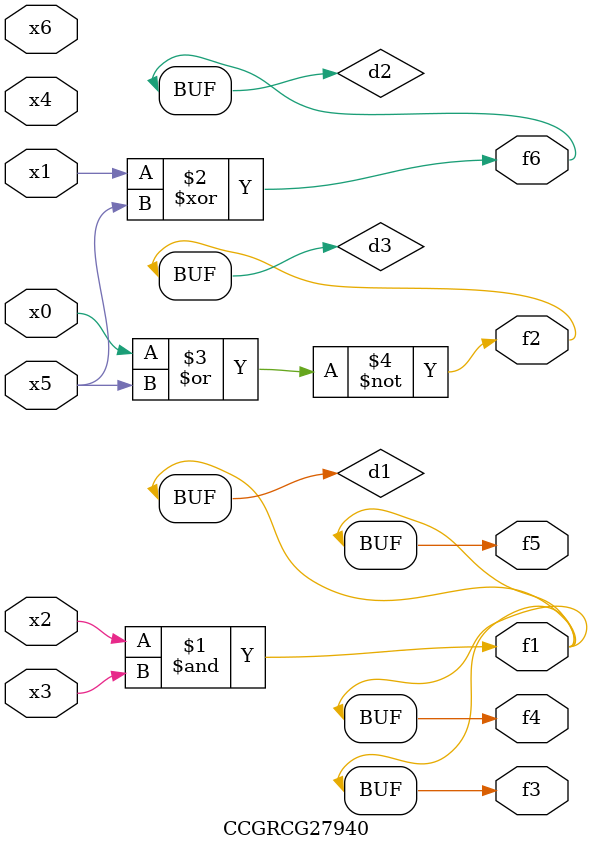
<source format=v>
module CCGRCG27940(
	input x0, x1, x2, x3, x4, x5, x6,
	output f1, f2, f3, f4, f5, f6
);

	wire d1, d2, d3;

	and (d1, x2, x3);
	xor (d2, x1, x5);
	nor (d3, x0, x5);
	assign f1 = d1;
	assign f2 = d3;
	assign f3 = d1;
	assign f4 = d1;
	assign f5 = d1;
	assign f6 = d2;
endmodule

</source>
